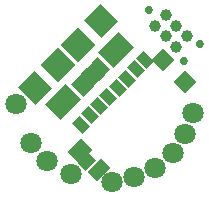
<source format=gbs>
%FSTAX23Y23*%
%MOIN*%
%SFA1B1*%

%IPPOS*%
%AMD62*
4,1,4,0.057100,-0.001400,-0.001400,0.057100,-0.057100,0.001400,0.001400,-0.057100,0.057100,-0.001400,0.0*
%
%AMD63*
4,1,4,0.000000,0.058500,-0.058500,0.000000,0.000000,-0.058500,0.058500,0.000000,0.000000,0.058500,0.0*
%
%AMD64*
4,1,4,0.008400,0.058500,-0.058500,-0.008400,-0.008400,-0.058500,0.058500,0.008400,0.008400,0.058500,0.0*
%
%AMD65*
4,1,4,0.029900,-0.013200,-0.013200,0.029900,-0.029900,0.013200,0.013200,-0.029900,0.029900,-0.013200,0.0*
%
%AMD66*
4,1,4,-0.006900,-0.037600,0.037600,0.006900,0.006900,0.037600,-0.037600,-0.006900,-0.006900,-0.037600,0.0*
%
%AMD67*
4,1,4,-0.004200,-0.029200,0.029200,0.004200,0.004200,0.029200,-0.029200,-0.004200,-0.004200,-0.029200,0.0*
%
%AMD68*
4,1,4,-0.002800,-0.041800,0.041800,0.002800,0.002800,0.041800,-0.041800,-0.002800,-0.002800,-0.041800,0.0*
%
%AMD69*
4,1,4,-0.038300,0.000700,0.000700,-0.038300,0.038300,-0.000700,-0.000700,0.038300,-0.038300,0.000700,0.0*
%
%AMD70*
4,1,4,-0.029200,0.004200,0.004200,-0.029200,0.029200,-0.004200,-0.004200,0.029200,-0.029200,0.004200,0.0*
%
%ADD42C,0.027490*%
%ADD43C,0.070990*%
%ADD61C,0.038980*%
G04~CAMADD=62~9~0.0~0.0~828.0~788.7~0.0~0.0~0~0.0~0.0~0.0~0.0~0~0.0~0.0~0.0~0.0~0~0.0~0.0~0.0~315.0~1142.0~1141.0*
%ADD62D62*%
G04~CAMADD=63~10~0.0~828.0~0.0~0.0~0.0~0.0~0~0.0~0.0~0.0~0.0~0~0.0~0.0~0.0~0.0~0~0.0~0.0~0.0~405.0~828.0~0.0*
%ADD63D63*%
G04~CAMADD=64~9~0.0~0.0~946.1~709.9~0.0~0.0~0~0.0~0.0~0.0~0.0~0~0.0~0.0~0.0~0.0~0~0.0~0.0~0.0~45.0~1170.0~1169.0*
%ADD64D64*%
G04~CAMADD=65~9~0.0~0.0~611.5~237.5~0.0~0.0~0~0.0~0.0~0.0~0.0~0~0.0~0.0~0.0~0.0~0~0.0~0.0~0.0~315.0~598.0~597.0*
%ADD65D65*%
G04~CAMADD=66~9~0.0~0.0~631.2~434.3~0.0~0.0~0~0.0~0.0~0.0~0.0~0~0.0~0.0~0.0~0.0~0~0.0~0.0~0.0~225.0~752.0~751.0*
%ADD66D66*%
G04~CAMADD=67~9~0.0~0.0~473.7~355.6~0.0~0.0~0~0.0~0.0~0.0~0.0~0~0.0~0.0~0.0~0.0~0~0.0~0.0~0.0~225.0~584.0~583.0*
%ADD67D67*%
G04~CAMADD=68~9~0.0~0.0~631.2~552.4~0.0~0.0~0~0.0~0.0~0.0~0.0~0~0.0~0.0~0.0~0.0~0~0.0~0.0~0.0~225.0~836.0~835.0*
%ADD68D68*%
G04~CAMADD=69~9~0.0~0.0~552.4~532.8~0.0~0.0~0~0.0~0.0~0.0~0.0~0~0.0~0.0~0.0~0.0~0~0.0~0.0~0.0~135.0~766.0~765.0*
%ADD69D69*%
G04~CAMADD=70~9~0.0~0.0~473.7~355.6~0.0~0.0~0~0.0~0.0~0.0~0.0~0~0.0~0.0~0.0~0.0~0~0.0~0.0~0.0~135.0~584.0~583.0*
%ADD70D70*%
%LNkoosh_sd_card_base_v1_1-1*%
%LPD*%
G54D42*
X00616Y0046D03*
X0056Y00403D03*
X00446Y00573D03*
G54D43*
X0059Y0023D03*
X00565Y0016D03*
X0032Y0D03*
X00465Y00045D03*
X0Y0026D03*
X00185Y00025D03*
X00105Y0007D03*
X00525Y00095D03*
X0005Y0013D03*
X00395Y00015D03*
G54D61*
X00535Y00449D03*
X0057Y00485D03*
X005D03*
X00535Y0052D03*
X00464D03*
X005Y00555D03*
G54D62*
X00286Y00534D03*
X00063Y00312D03*
G54D63*
X00208Y00456D03*
X00141Y0039D03*
G54D64*
X00333Y0044D03*
X00158Y00264D03*
G54D65*
X00285Y00385D03*
X00267Y00367D03*
X00249Y00348D03*
X00231Y0033D03*
X00213Y00312D03*
G54D66*
X00277Y00039D03*
G54D67*
X00239Y00065D03*
G54D68*
X00213Y00103D03*
G54D69*
X00563Y00333D03*
X00491Y00405D03*
G54D70*
X00432Y00404D03*
X00401Y00374D03*
X0037Y00343D03*
X0034Y00313D03*
X00309Y00282D03*
X00279Y00251D03*
X00248Y00221D03*
X00217Y0019D03*
M02*
</source>
